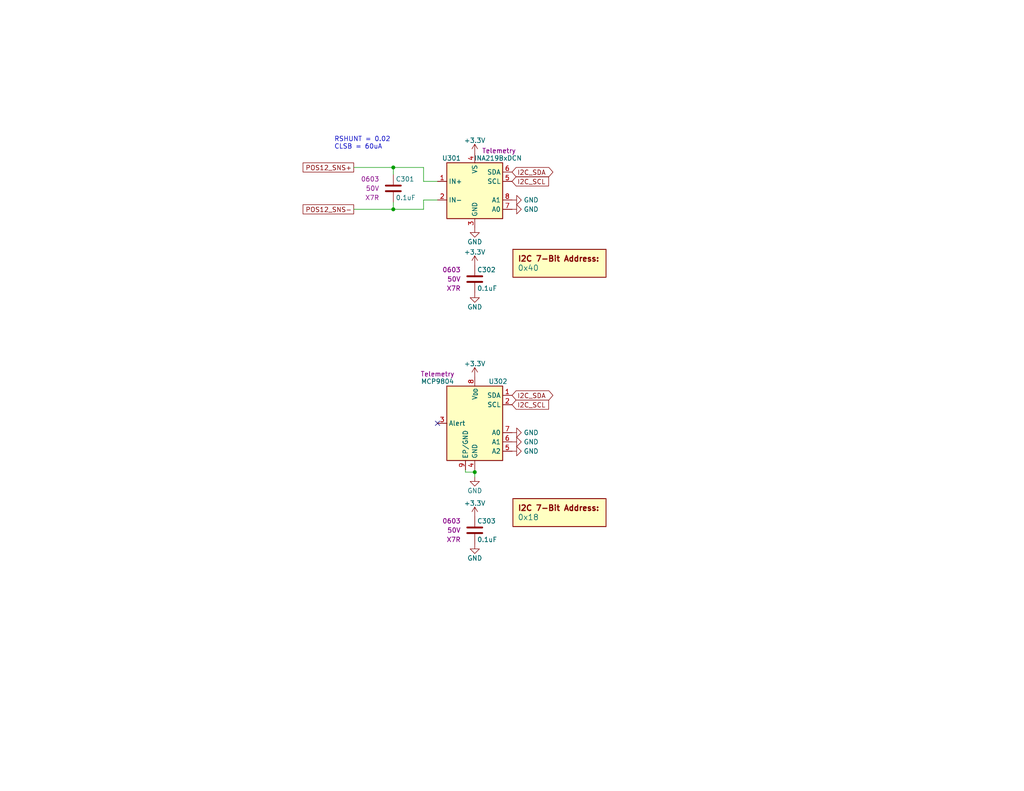
<source format=kicad_sch>
(kicad_sch (version 20230121) (generator eeschema)
  (paper "A")
  (title_block (title "USB Hub") (date "2023-08-20") (rev "PRELIM") (company "Drew Maatman"))
  (lib_symbols
    (symbol "Analog_ADC:INA219BxDCN"
      (property "Reference" "U" (at -6.35 8.89 0))
      (property "Value" "Analog_ADC_INA219BxDCN" (at 6.35 8.89 0))
      (symbol "INA219BxDCN_0_1"
        (rectangle (start -7.62 7.62) (end 7.62 -7.62) (stroke (width 0.254)) (fill (type background)))
      )
      (symbol "INA219BxDCN_1_1"
        (pin input line (at -10.16 2.54 0) (length 2.54) (name "IN+") (number "1"))
        (pin input line (at -10.16 -2.54 0) (length 2.54) (name "IN-") (number "2"))
        (pin power_in line (at 0 -10.16 90) (length 2.54) (name "GND") (number "3"))
        (pin power_in line (at 0 10.16 270) (length 2.54) (name "VS") (number "4"))
        (pin input line (at 10.16 2.54 180) (length 2.54) (name "SCL") (number "5"))
        (pin bidirectional line (at 10.16 5.08 180) (length 2.54) (name "SDA") (number "6"))
        (pin input line (at 10.16 -5.08 180) (length 2.54) (name "A0") (number "7"))
        (pin input line (at 10.16 -2.54 180) (length 2.54) (name "A1") (number "8"))
      )
    )
    (symbol "Custom_Library:C_Custom" (pin_numbers hide) (pin_names (offset 0.254))
      (property "Reference" "C" (at 0.635 2.54 0))
      (property "Value" "C_Custom" (at 0.635 -2.54 0))
      (property "display_footprint" "Foot" (at -3.81 2.54 0))
      (property "Voltage" "V" (at -3.81 0 0))
      (property "Dielectric" "Er" (at -3.81 -2.54 0))
      (symbol "C_Custom_0_1"
        (polyline (pts (xy -2.032 -0.762) (xy 2.032 -0.762)) (stroke (width 0.508)))
        (polyline (pts (xy -2.032 0.762) (xy 2.032 0.762)) (stroke (width 0.508)))
      )
      (symbol "C_Custom_1_1"
        (pin passive line (at 0 3.81 270) (length 2.794) (name "~") (number "1"))
        (pin passive line (at 0 -3.81 90) (length 2.794) (name "~") (number "2"))
      )
    )
    (symbol "Custom_Library:I2C_Address" (pin_names (offset 1.016))
      (property "Value" "I2C_Address" (at -11.43 0 0))
      (symbol "I2C_Address_0_0"
        (rectangle (start -12.7 5.08) (end 12.7 -2.54) (stroke (width 0.254)) (fill (type background)))
        (text "I2C 7-Bit Address:" (at -11.43 2.54 0) (effects (font (size 1.524 1.524) bold) (justify left)))
      )
    )
    (symbol "Sensor_Temperature:MCP9804_DFN"
      (property "Reference" "U" (at -6.35 11.43 0))
      (property "Value" "MCP9804_DFN" (at 10.16 11.43 0))
      (symbol "MCP9804_DFN_0_1"
        (rectangle (start -7.62 10.16) (end 7.62 -10.16) (stroke (width 0.254)) (fill (type background)))
      )
      (symbol "MCP9804_DFN_1_1"
        (pin bidirectional line (at -10.16 7.62 0) (length 2.54) (name "SDA") (number "1"))
        (pin input line (at -10.16 5.08 0) (length 2.54) (name "SCL") (number "2"))
        (pin output line (at 10.16 0 180) (length 2.54) (name "Alert") (number "3"))
        (pin power_in line (at 0 -12.7 90) (length 2.54) (name "GND") (number "4"))
        (pin input line (at -10.16 -7.62 0) (length 2.54) (name "A2") (number "5"))
        (pin input line (at -10.16 -5.08 0) (length 2.54) (name "A1") (number "6"))
        (pin input line (at -10.16 -2.54 0) (length 2.54) (name "A0") (number "7"))
        (pin power_in line (at 0 12.7 270) (length 2.54) (name "V_{DD}") (number "8"))
        (pin power_in line (at 2.54 -12.7 90) (length 2.54) (name "EP/GND") (number "9"))
      )
    )
    (symbol "power:+3.3V" (power) (pin_names (offset 0))
      (property "Value" "+3.3V" (at 0 3.556 0))
      (symbol "+3.3V_0_1"
        (polyline (pts (xy -0.762 1.27) (xy 0 2.54)))
        (polyline (pts (xy 0 0) (xy 0 2.54)))
        (polyline (pts (xy 0 2.54) (xy 0.762 1.27)))
      )
      (symbol "+3.3V_1_1"
        (pin power_in line (at 0 0 90) (length 0) hide (name "+3.3V") (number "1"))
      )
    )
    (symbol "power:GND" (power) (pin_names (offset 0))
      (property "Value" "GND" (at 0 -3.81 0))
      (symbol "GND_0_1"
        (polyline (pts (xy 0 0) (xy 0 -1.27) (xy 1.27 -1.27) (xy 0 -2.54) (xy -1.27 -1.27) (xy 0 -1.27)))
      )
      (symbol "GND_1_1"
        (pin power_in line (at 0 0 270) (length 0) hide (name "GND") (number "1"))
      )
    )
  )
  (junction (at 107.315 45.72))
  (junction (at 107.315 57.15))
  (junction (at 129.54 128.905))
  (no_connect (at 119.38 115.57))
  (wire (pts (xy 107.315 47.625) (xy 107.315 45.72)))
  (wire (pts (xy 127 128.905) (xy 127 128.27)))
  (wire (pts (xy 107.315 57.15) (xy 107.315 55.245)))
  (wire (pts (xy 115.57 54.61) (xy 115.57 57.15)))
  (wire (pts (xy 115.57 49.53) (xy 115.57 45.72)))
  (wire (pts (xy 115.57 57.15) (xy 107.315 57.15)))
  (wire (pts (xy 129.54 128.905) (xy 127 128.905)))
  (wire (pts (xy 119.38 49.53) (xy 115.57 49.53)))
  (wire (pts (xy 115.57 45.72) (xy 107.315 45.72)))
  (wire (pts (xy 96.52 57.15) (xy 107.315 57.15)))
  (wire (pts (xy 96.52 45.72) (xy 107.315 45.72)))
  (wire (pts (xy 129.54 128.905) (xy 129.54 128.27)))
  (wire (pts (xy 119.38 54.61) (xy 115.57 54.61)))
  (wire (pts (xy 129.54 130.175) (xy 129.54 128.905)))
  (text "RSHUNT = 0.02\nCLSB = 60uA" (at 91.186 40.894 0) (effects (font (size 1.27 1.27)) (justify left bottom)))
  (global_label "I2C_SCL" (shape input) (at 139.7 110.49 0) (property "Intersheetrefs" "${INTERSHEET_REFS}" (effects hide)))
  (global_label "I2C_SDA" (shape bidirectional) (at 139.7 107.95 0) (property "Intersheetrefs" "${INTERSHEET_REFS}" (effects hide)))
  (global_label "I2C_SCL" (shape input) (at 139.7 49.53 0) (property "Intersheetrefs" "${INTERSHEET_REFS}" (effects hide)))
  (global_label "POS12_SNS+" (shape passive) (at 96.52 45.72 180) (property "Intersheetrefs" "${INTERSHEET_REFS}" (effects hide)))
  (global_label "POS12_SNS-" (shape passive) (at 96.52 57.15 180) (property "Intersheetrefs" "${INTERSHEET_REFS}" (effects hide)))
  (global_label "I2C_SDA" (shape bidirectional) (at 139.7 46.99 0) (property "Intersheetrefs" "${INTERSHEET_REFS}" (effects hide)))
  (symbol (lib_id "power:GND") (at 129.54 80.01 0) (unit 1)
    (property "Reference" "#PWR0304" (effects hide))
    (property "Value" "GND" (at 129.54 83.82 0))
  )
  (symbol (lib_id "power:+3.3V") (at 129.54 72.39 0) (unit 1)
    (property "Reference" "#PWR0303" (effects hide))
    (property "Value" "+3.3V" (at 129.54 68.834 0))
  )
  (symbol (lib_id "Sensor_Temperature:MCP9804_DFN") (at 129.54 115.57 0) (mirror y) (unit 1)
    (property "Reference" "U302" (at 135.89 104.14 0))
    (property "Value" "MCP9804" (at 119.38 104.14 0))
    (property "Footprint" "Package_DFN_QFN:DFN-8-1EP_3x2mm_P0.5mm_EP1.3x1.5mm" (effects hide))
    (property "Datasheet" "http://ww1.microchip.com/downloads/en/DeviceDoc/22203b.pdf" (effects hide))
    (property "Digi-Key PN" "MCP9804T-E/MCCT-ND" (effects hide))
    (property "Configuration" "Telemetry" (at 119.38 102.108 0))
  )
  (symbol (lib_id "power:+3.3V") (at 129.54 102.87 0) (mirror y) (unit 1)
    (property "Reference" "#PWR0305" (effects hide))
    (property "Value" "+3.3V" (at 129.54 99.314 0))
  )
  (symbol (lib_id "power:GND") (at 129.54 148.59 0) (unit 1)
    (property "Reference" "#PWR0308" (effects hide))
    (property "Value" "GND" (at 129.54 152.4 0))
  )
  (symbol (lib_id "Custom_Library:C_Custom") (at 107.315 51.435 0) (unit 1)
    (property "Reference" "C301" (at 107.95 48.895 0) (effects (justify left)))
    (property "Value" "0.1uF" (at 107.95 53.975 0) (effects (justify left)))
    (property "Footprint" "Capacitors_SMD:C_0603" (effects hide))
    (property "display_footprint" "0603" (at 103.505 48.895 0) (effects (justify right)))
    (property "Voltage" "50V" (at 103.505 51.435 0) (effects (justify right)))
    (property "Dielectric" "X7R" (at 103.505 53.975 0) (effects (justify right)))
    (property "Digi-Key PN" "399-7845-1-ND" (effects hide))
  )
  (symbol (lib_id "power:+3.3V") (at 129.54 140.97 0) (unit 1)
    (property "Reference" "#PWR0307" (effects hide))
    (property "Value" "+3.3V" (at 129.54 137.414 0))
  )
  (symbol (lib_id "Analog_ADC:INA219BxDCN") (at 129.54 52.07 0) (unit 1)
    (property "Reference" "U301" (at 123.19 43.18 0))
    (property "Value" "INA219BxDCN" (at 135.89 43.18 0))
    (property "Footprint" "Package_TO_SOT_SMD:SOT-23-8" (effects hide))
    (property "Datasheet" "http://www.ti.com/lit/ds/symlink/ina219.pdf" (effects hide))
    (property "Digi-Key PN" "296-46420-1-ND" (effects hide))
    (property "Configuration" "Telemetry" (at 136.144 41.148 0))
  )
  (symbol (lib_id "power:GND") (at 139.7 123.19 90) (unit 1)
    (property "Reference" "#PWR0313" (effects hide))
    (property "Value" "GND" (at 142.875 123.19 90) (effects (justify right)))
  )
  (symbol (lib_id "Custom_Library:C_Custom") (at 129.54 144.78 0) (unit 1)
    (property "Reference" "C303" (at 130.175 142.24 0) (effects (justify left)))
    (property "Value" "0.1uF" (at 130.175 147.32 0) (effects (justify left)))
    (property "Footprint" "Capacitors_SMD:C_0603" (effects hide))
    (property "display_footprint" "0603" (at 125.73 142.24 0) (effects (justify right)))
    (property "Voltage" "50V" (at 125.73 144.78 0) (effects (justify right)))
    (property "Dielectric" "X7R" (at 125.73 147.32 0) (effects (justify right)))
    (property "Digi-Key PN" "399-7845-1-ND" (effects hide))
  )
  (symbol (lib_id "power:GND") (at 139.7 57.15 90) (unit 1)
    (property "Reference" "#PWR0310" (effects hide))
    (property "Value" "GND" (at 142.875 57.15 90) (effects (justify right)))
  )
  (symbol (lib_id "Custom_Library:I2C_Address") (at 152.654 141.224 0) (unit 1)
    (property "Reference" "DOC302" (effects hide))
    (property "Value" "0x18" (at 141.224 141.224 0) (effects (font (size 1.524 1.524)) (justify left)))
  )
  (symbol (lib_id "power:GND") (at 139.7 118.11 90) (unit 1)
    (property "Reference" "#PWR0311" (effects hide))
    (property "Value" "GND" (at 142.875 118.11 90) (effects (justify right)))
  )
  (symbol (lib_id "power:GND") (at 129.54 62.23 0) (unit 1)
    (property "Reference" "#PWR0302" (effects hide))
    (property "Value" "GND" (at 129.54 66.04 0))
  )
  (symbol (lib_id "power:GND") (at 129.54 130.175 0) (mirror y) (unit 1)
    (property "Reference" "#PWR0306" (effects hide))
    (property "Value" "GND" (at 129.54 133.985 0))
  )
  (symbol (lib_id "power:GND") (at 139.7 54.61 90) (unit 1)
    (property "Reference" "#PWR0309" (effects hide))
    (property "Value" "GND" (at 142.875 54.61 90) (effects (justify right)))
  )
  (symbol (lib_id "power:GND") (at 139.7 120.65 90) (unit 1)
    (property "Reference" "#PWR0312" (effects hide))
    (property "Value" "GND" (at 142.875 120.65 90) (effects (justify right)))
  )
  (symbol (lib_id "power:+3.3V") (at 129.54 41.91 0) (unit 1)
    (property "Reference" "#PWR0301" (effects hide))
    (property "Value" "+3.3V" (at 129.54 38.354 0))
  )
  (symbol (lib_id "Custom_Library:I2C_Address") (at 152.654 73.152 0) (unit 1)
    (property "Reference" "DOC301" (effects hide))
    (property "Value" "0x40" (at 141.224 73.152 0) (effects (font (size 1.524 1.524)) (justify left)))
  )
  (symbol (lib_id "Custom_Library:C_Custom") (at 129.54 76.2 0) (unit 1)
    (property "Reference" "C302" (at 130.175 73.66 0) (effects (justify left)))
    (property "Value" "0.1uF" (at 130.175 78.74 0) (effects (justify left)))
    (property "Footprint" "Capacitors_SMD:C_0603" (effects hide))
    (property "display_footprint" "0603" (at 125.73 73.66 0) (effects (justify right)))
    (property "Voltage" "50V" (at 125.73 76.2 0) (effects (justify right)))
    (property "Dielectric" "X7R" (at 125.73 78.74 0) (effects (justify right)))
    (property "Digi-Key PN" "399-7845-1-ND" (effects hide))
  )
)
</source>
